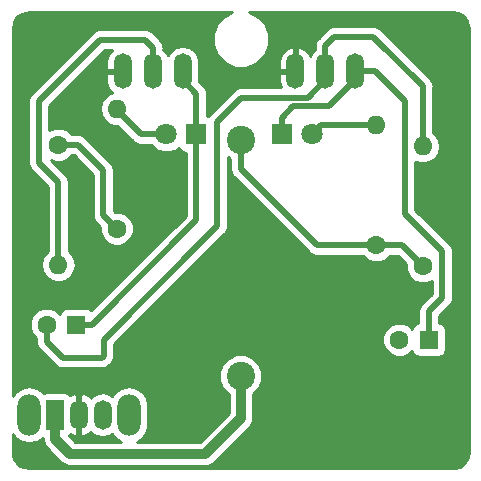
<source format=gbl>
G04 #@! TF.GenerationSoftware,KiCad,Pcbnew,(5.0.0)*
G04 #@! TF.CreationDate,2018-09-21T20:05:04-03:00*
G04 #@! TF.ProjectId,badge00,626164676530302E6B696361645F7063,rev?*
G04 #@! TF.SameCoordinates,Original*
G04 #@! TF.FileFunction,Copper,L2,Bot,Signal*
G04 #@! TF.FilePolarity,Positive*
%FSLAX46Y46*%
G04 Gerber Fmt 4.6, Leading zero omitted, Abs format (unit mm)*
G04 Created by KiCad (PCBNEW (5.0.0)) date 09/21/18 20:05:04*
%MOMM*%
%LPD*%
G01*
G04 APERTURE LIST*
G04 #@! TA.AperFunction,ComponentPad*
%ADD10C,2.400000*%
G04 #@! TD*
G04 #@! TA.AperFunction,ComponentPad*
%ADD11C,1.600000*%
G04 #@! TD*
G04 #@! TA.AperFunction,ComponentPad*
%ADD12O,1.600000X1.600000*%
G04 #@! TD*
G04 #@! TA.AperFunction,ComponentPad*
%ADD13R,1.600000X1.600000*%
G04 #@! TD*
G04 #@! TA.AperFunction,ComponentPad*
%ADD14R,1.800000X1.800000*%
G04 #@! TD*
G04 #@! TA.AperFunction,ComponentPad*
%ADD15C,1.800000*%
G04 #@! TD*
G04 #@! TA.AperFunction,ComponentPad*
%ADD16O,1.520000X3.000000*%
G04 #@! TD*
G04 #@! TA.AperFunction,ComponentPad*
%ADD17R,1.500000X2.500000*%
G04 #@! TD*
G04 #@! TA.AperFunction,ComponentPad*
%ADD18O,1.500000X2.500000*%
G04 #@! TD*
G04 #@! TA.AperFunction,ComponentPad*
%ADD19O,2.000000X3.500000*%
G04 #@! TD*
G04 #@! TA.AperFunction,Conductor*
%ADD20C,0.812800*%
G04 #@! TD*
G04 #@! TA.AperFunction,Conductor*
%ADD21C,0.508000*%
G04 #@! TD*
G04 #@! TA.AperFunction,Conductor*
%ADD22C,0.254000*%
G04 #@! TD*
G04 APERTURE END LIST*
D10*
G04 #@! TO.P,BT1,2*
G04 #@! TO.N,Net-(BT1-Pad2)*
X130000000Y-78500000D03*
G04 #@! TO.P,BT1,1*
G04 #@! TO.N,Net-(BT1-Pad1)*
X130000000Y-58500000D03*
G04 #@! TD*
D11*
G04 #@! TO.P,R1,1*
G04 #@! TO.N,Net-(BT1-Pad1)*
X119507000Y-66040000D03*
D12*
G04 #@! TO.P,R1,2*
G04 #@! TO.N,Net-(D1-Pad2)*
X119507000Y-55880000D03*
G04 #@! TD*
D13*
G04 #@! TO.P,C1,1*
G04 #@! TO.N,Net-(C1-Pad1)*
X116078000Y-74168000D03*
D11*
G04 #@! TO.P,C1,2*
G04 #@! TO.N,Net-(C1-Pad2)*
X113578000Y-74168000D03*
G04 #@! TD*
D13*
G04 #@! TO.P,C2,1*
G04 #@! TO.N,Net-(C2-Pad1)*
X145923000Y-75438000D03*
D11*
G04 #@! TO.P,C2,2*
G04 #@! TO.N,Net-(C2-Pad2)*
X143423000Y-75438000D03*
G04 #@! TD*
D14*
G04 #@! TO.P,D1,1*
G04 #@! TO.N,Net-(C1-Pad1)*
X126238000Y-58039000D03*
D15*
G04 #@! TO.P,D1,2*
G04 #@! TO.N,Net-(D1-Pad2)*
X123698000Y-58039000D03*
G04 #@! TD*
D14*
G04 #@! TO.P,D2,1*
G04 #@! TO.N,Net-(C2-Pad1)*
X133477000Y-58039000D03*
D15*
G04 #@! TO.P,D2,2*
G04 #@! TO.N,Net-(D2-Pad2)*
X136017000Y-58039000D03*
G04 #@! TD*
D11*
G04 #@! TO.P,R2,1*
G04 #@! TO.N,Net-(BT1-Pad1)*
X145415000Y-69215000D03*
D12*
G04 #@! TO.P,R2,2*
G04 #@! TO.N,Net-(C1-Pad2)*
X145415000Y-59055000D03*
G04 #@! TD*
D11*
G04 #@! TO.P,R3,1*
G04 #@! TO.N,Net-(BT1-Pad1)*
X114554000Y-58928000D03*
D12*
G04 #@! TO.P,R3,2*
G04 #@! TO.N,Net-(C2-Pad2)*
X114554000Y-69088000D03*
G04 #@! TD*
D11*
G04 #@! TO.P,R4,1*
G04 #@! TO.N,Net-(BT1-Pad1)*
X141478000Y-67437000D03*
D12*
G04 #@! TO.P,R4,2*
G04 #@! TO.N,Net-(D2-Pad2)*
X141478000Y-57277000D03*
G04 #@! TD*
D16*
G04 #@! TO.P,Q1,1*
G04 #@! TO.N,Net-(C1-Pad1)*
X125095000Y-52705000D03*
G04 #@! TO.P,Q1,3*
G04 #@! TO.N,Net-(Q1-Pad3)*
X120015000Y-52705000D03*
G04 #@! TO.P,Q1,2*
G04 #@! TO.N,Net-(C2-Pad2)*
X122555000Y-52705000D03*
G04 #@! TD*
G04 #@! TO.P,Q2,2*
G04 #@! TO.N,Net-(C1-Pad2)*
X137160000Y-52705000D03*
G04 #@! TO.P,Q2,3*
G04 #@! TO.N,Net-(Q1-Pad3)*
X134620000Y-52705000D03*
G04 #@! TO.P,Q2,1*
G04 #@! TO.N,Net-(C2-Pad1)*
X139700000Y-52705000D03*
G04 #@! TD*
D17*
G04 #@! TO.P,SW1,1*
G04 #@! TO.N,Net-(BT1-Pad2)*
X114300000Y-81788000D03*
D18*
G04 #@! TO.P,SW1,2*
G04 #@! TO.N,Net-(Q1-Pad3)*
X116300000Y-81788000D03*
G04 #@! TO.P,SW1,3*
G04 #@! TO.N,Net-(SW1-Pad3)*
X118300000Y-81788000D03*
D19*
G04 #@! TO.P,SW1,*
G04 #@! TO.N,*
X112100000Y-81788000D03*
X120500000Y-81788000D03*
G04 #@! TD*
D20*
G04 #@! TO.N,Net-(BT1-Pad2)*
X114300000Y-83850800D02*
X114300000Y-81788000D01*
X115539200Y-85090000D02*
X114300000Y-83850800D01*
X127000000Y-85090000D02*
X115539200Y-85090000D01*
X130000000Y-82090000D02*
X127000000Y-85090000D01*
X130000000Y-78500000D02*
X130000000Y-82090000D01*
D21*
G04 #@! TO.N,Net-(BT1-Pad1)*
X130000000Y-58500000D02*
X130000000Y-61000000D01*
X136437000Y-67437000D02*
X141478000Y-67437000D01*
X130000000Y-61000000D02*
X136437000Y-67437000D01*
X141478000Y-67437000D02*
X143637000Y-67437000D01*
X143637000Y-67437000D02*
X145415000Y-69215000D01*
X118364000Y-61087000D02*
X118364000Y-64897000D01*
X118364000Y-64897000D02*
X119507000Y-66040000D01*
X116205000Y-58928000D02*
X118364000Y-61087000D01*
X114554000Y-58928000D02*
X116205000Y-58928000D01*
G04 #@! TO.N,Net-(C1-Pad1)*
X117386000Y-74168000D02*
X116078000Y-74168000D01*
X126238000Y-65316000D02*
X117386000Y-74168000D01*
X126238000Y-58039000D02*
X126238000Y-65316000D01*
X125095000Y-53445000D02*
X126238000Y-54588000D01*
X125095000Y-52705000D02*
X125095000Y-53445000D01*
X126238000Y-54588000D02*
X126238000Y-58039000D01*
G04 #@! TO.N,Net-(C1-Pad2)*
X127592001Y-66209999D02*
X127302000Y-66500000D01*
X127302000Y-66500000D02*
X118379999Y-75422001D01*
X128000000Y-57000000D02*
X128000000Y-65802000D01*
X128000000Y-65802000D02*
X127302000Y-66500000D01*
X114935000Y-76962000D02*
X113578000Y-75605000D01*
X113578000Y-75605000D02*
X113578000Y-74168000D01*
X118237000Y-76962000D02*
X114935000Y-76962000D01*
X118379999Y-76819001D02*
X118237000Y-76962000D01*
X118379999Y-75422001D02*
X118379999Y-76819001D01*
X135653000Y-54952000D02*
X130048000Y-54952000D01*
X137160000Y-52705000D02*
X137160000Y-53445000D01*
X130048000Y-54952000D02*
X128000000Y-57000000D01*
X137160000Y-53445000D02*
X135653000Y-54952000D01*
X137160000Y-50546000D02*
X137160000Y-52705000D01*
X137922000Y-49784000D02*
X137160000Y-50546000D01*
X141224000Y-49784000D02*
X137922000Y-49784000D01*
X145415000Y-59055000D02*
X145415000Y-53975000D01*
X145415000Y-53975000D02*
X141224000Y-49784000D01*
G04 #@! TO.N,Net-(C2-Pad1)*
X134447989Y-55660011D02*
X133477000Y-56631000D01*
X133477000Y-56631000D02*
X133477000Y-58039000D01*
X137484989Y-55660011D02*
X134447989Y-55660011D01*
X139700000Y-53445000D02*
X137484989Y-55660011D01*
X139700000Y-52705000D02*
X139700000Y-53445000D01*
X141351000Y-52705000D02*
X139700000Y-52705000D01*
X145923000Y-73025000D02*
X147066000Y-71882000D01*
X145923000Y-75438000D02*
X145923000Y-73025000D01*
X147066000Y-71882000D02*
X147066000Y-67945000D01*
X147066000Y-67945000D02*
X143891000Y-64770000D01*
X143891000Y-64770000D02*
X143891000Y-55245000D01*
X143891000Y-55245000D02*
X141351000Y-52705000D01*
G04 #@! TO.N,Net-(C2-Pad2)*
X112903000Y-58039000D02*
X112903000Y-60452000D01*
X112903000Y-60452000D02*
X114554000Y-62103000D01*
X114554000Y-62103000D02*
X114554000Y-69088000D01*
X112903000Y-55245000D02*
X112903000Y-58039000D01*
X118110000Y-50038000D02*
X112903000Y-55245000D01*
X121896000Y-50038000D02*
X118110000Y-50038000D01*
X122555000Y-52705000D02*
X122555000Y-50697000D01*
X122555000Y-50697000D02*
X121896000Y-50038000D01*
G04 #@! TO.N,Net-(D1-Pad2)*
X119507000Y-55880000D02*
X119507000Y-56007000D01*
X119507000Y-56007000D02*
X121539000Y-58039000D01*
X121539000Y-58039000D02*
X123698000Y-58039000D01*
G04 #@! TO.N,Net-(D2-Pad2)*
X141478000Y-57277000D02*
X136779000Y-57277000D01*
X136779000Y-57277000D02*
X136017000Y-58039000D01*
G04 #@! TD*
D22*
G04 #@! TO.N,Net-(Q1-Pad3)*
G36*
X128649006Y-47978095D02*
X127978095Y-48649006D01*
X127615000Y-49525594D01*
X127615000Y-50474406D01*
X127978095Y-51350994D01*
X128649006Y-52021905D01*
X129525594Y-52385000D01*
X130474406Y-52385000D01*
X131350994Y-52021905D01*
X131534899Y-51838000D01*
X133225000Y-51838000D01*
X133225000Y-52578000D01*
X134493000Y-52578000D01*
X134493000Y-50735291D01*
X134277244Y-50612764D01*
X134203489Y-50627588D01*
X133723389Y-50888784D01*
X133379789Y-51313824D01*
X133225000Y-51838000D01*
X131534899Y-51838000D01*
X132021905Y-51350994D01*
X132385000Y-50474406D01*
X132385000Y-49525594D01*
X132021905Y-48649006D01*
X131350994Y-47978095D01*
X130703756Y-47710000D01*
X147949420Y-47710000D01*
X148360027Y-47768803D01*
X148691110Y-47919338D01*
X148966639Y-48156749D01*
X149164456Y-48461944D01*
X149275700Y-48833917D01*
X149290001Y-49026362D01*
X149290000Y-84949420D01*
X149231197Y-85360027D01*
X149080661Y-85691112D01*
X148843251Y-85966639D01*
X148538056Y-86164456D01*
X148166083Y-86275700D01*
X147973652Y-86290000D01*
X112050580Y-86290000D01*
X111639973Y-86231197D01*
X111308888Y-86080661D01*
X111033361Y-85843251D01*
X110835544Y-85538056D01*
X110724300Y-85166083D01*
X110710000Y-84973652D01*
X110710000Y-83400638D01*
X110921232Y-83716769D01*
X111462056Y-84078136D01*
X112100000Y-84205031D01*
X112737945Y-84078136D01*
X113258600Y-83730245D01*
X113258600Y-83748236D01*
X113238199Y-83850800D01*
X113258600Y-83953364D01*
X113258600Y-83953367D01*
X113319023Y-84257133D01*
X113549193Y-84601607D01*
X113636146Y-84659708D01*
X114730294Y-85753856D01*
X114788393Y-85840807D01*
X114875344Y-85898906D01*
X114875345Y-85898907D01*
X115011638Y-85989975D01*
X115132866Y-86070977D01*
X115436632Y-86131400D01*
X115436636Y-86131400D01*
X115539199Y-86151801D01*
X115641762Y-86131400D01*
X126897436Y-86131400D01*
X127000000Y-86151801D01*
X127102564Y-86131400D01*
X127102568Y-86131400D01*
X127406334Y-86070977D01*
X127750807Y-85840807D01*
X127808908Y-85753853D01*
X130663856Y-82898906D01*
X130750807Y-82840807D01*
X130980977Y-82496334D01*
X131041400Y-82192568D01*
X131041400Y-82192564D01*
X131061801Y-82090000D01*
X131041400Y-81987436D01*
X131041400Y-80053682D01*
X131555638Y-79539444D01*
X131835000Y-78865004D01*
X131835000Y-78134996D01*
X131555638Y-77460556D01*
X131039444Y-76944362D01*
X130365004Y-76665000D01*
X129634996Y-76665000D01*
X128960556Y-76944362D01*
X128444362Y-77460556D01*
X128165000Y-78134996D01*
X128165000Y-78865004D01*
X128444362Y-79539444D01*
X128958600Y-80053682D01*
X128958601Y-81658637D01*
X126568639Y-84048600D01*
X121182149Y-84048600D01*
X121678769Y-83716769D01*
X122040136Y-83175945D01*
X122135000Y-82699031D01*
X122135000Y-80876969D01*
X122040136Y-80400055D01*
X121678769Y-79859231D01*
X121137944Y-79497864D01*
X120500000Y-79370969D01*
X119862055Y-79497864D01*
X119321231Y-79859231D01*
X119115479Y-80167161D01*
X118840399Y-79983359D01*
X118300000Y-79875867D01*
X117759600Y-79983359D01*
X117301471Y-80289472D01*
X117276705Y-80326537D01*
X117189540Y-80218855D01*
X116712684Y-79959827D01*
X116641185Y-79945682D01*
X116427000Y-80068344D01*
X116427000Y-81661000D01*
X116447000Y-81661000D01*
X116447000Y-81915000D01*
X116427000Y-81915000D01*
X116427000Y-83507656D01*
X116641185Y-83630318D01*
X116712684Y-83616173D01*
X117189540Y-83357145D01*
X117276705Y-83249463D01*
X117301472Y-83286529D01*
X117759601Y-83592641D01*
X118300000Y-83700133D01*
X118840400Y-83592641D01*
X119115480Y-83408839D01*
X119321232Y-83716769D01*
X119817852Y-84048600D01*
X115970562Y-84048600D01*
X115453835Y-83531874D01*
X115507809Y-83495809D01*
X115549864Y-83432869D01*
X115887316Y-83616173D01*
X115958815Y-83630318D01*
X116173000Y-83507656D01*
X116173000Y-81915000D01*
X116153000Y-81915000D01*
X116153000Y-81661000D01*
X116173000Y-81661000D01*
X116173000Y-80068344D01*
X115958815Y-79945682D01*
X115887316Y-79959827D01*
X115549864Y-80143131D01*
X115507809Y-80080191D01*
X115297765Y-79939843D01*
X115050000Y-79890560D01*
X113550000Y-79890560D01*
X113329066Y-79934506D01*
X113278769Y-79859231D01*
X112737944Y-79497864D01*
X112100000Y-79370969D01*
X111462055Y-79497864D01*
X110921231Y-79859231D01*
X110710000Y-80175361D01*
X110710000Y-55245000D01*
X111996584Y-55245000D01*
X112014000Y-55332555D01*
X112014001Y-57951440D01*
X112014000Y-57951445D01*
X112014001Y-60364441D01*
X111996584Y-60452000D01*
X112065582Y-60798870D01*
X112199602Y-60999445D01*
X112262068Y-61092933D01*
X112336294Y-61142529D01*
X113665000Y-62471236D01*
X113665001Y-67956151D01*
X113519423Y-68053423D01*
X113202260Y-68528091D01*
X113090887Y-69088000D01*
X113202260Y-69647909D01*
X113519423Y-70122577D01*
X113994091Y-70439740D01*
X114412667Y-70523000D01*
X114695333Y-70523000D01*
X115113909Y-70439740D01*
X115588577Y-70122577D01*
X115905740Y-69647909D01*
X116017113Y-69088000D01*
X115905740Y-68528091D01*
X115588577Y-68053423D01*
X115443000Y-67956152D01*
X115443000Y-62190556D01*
X115460416Y-62103000D01*
X115391419Y-61756129D01*
X115244529Y-61536293D01*
X115194933Y-61462067D01*
X115120707Y-61412471D01*
X113931705Y-60223469D01*
X114268561Y-60363000D01*
X114839439Y-60363000D01*
X115366862Y-60144534D01*
X115694396Y-59817000D01*
X115836765Y-59817000D01*
X117475000Y-61455236D01*
X117475001Y-64809441D01*
X117457584Y-64897000D01*
X117526582Y-65243870D01*
X117638210Y-65410933D01*
X117723068Y-65537933D01*
X117797294Y-65587529D01*
X118072000Y-65862235D01*
X118072000Y-66325439D01*
X118290466Y-66852862D01*
X118694138Y-67256534D01*
X119221561Y-67475000D01*
X119792439Y-67475000D01*
X120319862Y-67256534D01*
X120723534Y-66852862D01*
X120942000Y-66325439D01*
X120942000Y-65754561D01*
X120723534Y-65227138D01*
X120319862Y-64823466D01*
X119792439Y-64605000D01*
X119329235Y-64605000D01*
X119253000Y-64528765D01*
X119253000Y-61174554D01*
X119270416Y-61086999D01*
X119213103Y-60798870D01*
X119201419Y-60740130D01*
X119004933Y-60446067D01*
X118930707Y-60396471D01*
X116895531Y-58361296D01*
X116845933Y-58287067D01*
X116551870Y-58090581D01*
X116292556Y-58039000D01*
X116292555Y-58039000D01*
X116205000Y-58021584D01*
X116117445Y-58039000D01*
X115694396Y-58039000D01*
X115366862Y-57711466D01*
X114839439Y-57493000D01*
X114268561Y-57493000D01*
X113792000Y-57690398D01*
X113792000Y-55613235D01*
X118478236Y-50927000D01*
X119087495Y-50927000D01*
X118774789Y-51313824D01*
X118620000Y-51838000D01*
X118620000Y-52578000D01*
X119888000Y-52578000D01*
X119888000Y-52558000D01*
X120142000Y-52558000D01*
X120142000Y-52578000D01*
X120162000Y-52578000D01*
X120162000Y-52832000D01*
X120142000Y-52832000D01*
X120142000Y-52852000D01*
X119888000Y-52852000D01*
X119888000Y-52832000D01*
X118620000Y-52832000D01*
X118620000Y-53572000D01*
X118774789Y-54096176D01*
X119099565Y-54497931D01*
X118947091Y-54528260D01*
X118472423Y-54845423D01*
X118155260Y-55320091D01*
X118043887Y-55880000D01*
X118155260Y-56439909D01*
X118472423Y-56914577D01*
X118947091Y-57231740D01*
X119365667Y-57315000D01*
X119557765Y-57315000D01*
X120848471Y-58605707D01*
X120898067Y-58679933D01*
X121192130Y-58876419D01*
X121451444Y-58928000D01*
X121451445Y-58928000D01*
X121539000Y-58945416D01*
X121626555Y-58928000D01*
X122416183Y-58928000D01*
X122828493Y-59340310D01*
X123392670Y-59574000D01*
X124003330Y-59574000D01*
X124567507Y-59340310D01*
X124736725Y-59171092D01*
X124739843Y-59186765D01*
X124880191Y-59396809D01*
X125090235Y-59537157D01*
X125338000Y-59586440D01*
X125349000Y-59586440D01*
X125349001Y-64947763D01*
X117356143Y-72940622D01*
X117335809Y-72910191D01*
X117125765Y-72769843D01*
X116878000Y-72720560D01*
X115278000Y-72720560D01*
X115030235Y-72769843D01*
X114820191Y-72910191D01*
X114679843Y-73120235D01*
X114659899Y-73220503D01*
X114390862Y-72951466D01*
X113863439Y-72733000D01*
X113292561Y-72733000D01*
X112765138Y-72951466D01*
X112361466Y-73355138D01*
X112143000Y-73882561D01*
X112143000Y-74453439D01*
X112361466Y-74980862D01*
X112689000Y-75308396D01*
X112689000Y-75517445D01*
X112671584Y-75605000D01*
X112689000Y-75692555D01*
X112740581Y-75951869D01*
X112937067Y-76245933D01*
X113011296Y-76295531D01*
X114244471Y-77528707D01*
X114294067Y-77602933D01*
X114588130Y-77799419D01*
X114847444Y-77851000D01*
X114847445Y-77851000D01*
X114935000Y-77868416D01*
X115022555Y-77851000D01*
X118149445Y-77851000D01*
X118237000Y-77868416D01*
X118324555Y-77851000D01*
X118324556Y-77851000D01*
X118583870Y-77799419D01*
X118877933Y-77602933D01*
X118927531Y-77528704D01*
X118946703Y-77509532D01*
X119020932Y-77459934D01*
X119217418Y-77165871D01*
X119268999Y-76906557D01*
X119268999Y-76906556D01*
X119286415Y-76819002D01*
X119268999Y-76731447D01*
X119268999Y-75790236D01*
X127992529Y-67066707D01*
X127992531Y-67066704D01*
X128566706Y-66492530D01*
X128640933Y-66442933D01*
X128837419Y-66148870D01*
X128889000Y-65889556D01*
X128906416Y-65802001D01*
X128889000Y-65714446D01*
X128889000Y-59984082D01*
X128960556Y-60055638D01*
X129111001Y-60117954D01*
X129111001Y-60912441D01*
X129093584Y-61000000D01*
X129151154Y-61289419D01*
X129162582Y-61346870D01*
X129359068Y-61640933D01*
X129433294Y-61690529D01*
X135746470Y-68003706D01*
X135796067Y-68077933D01*
X136090130Y-68274419D01*
X136349444Y-68326000D01*
X136349445Y-68326000D01*
X136437000Y-68343416D01*
X136524555Y-68326000D01*
X140337604Y-68326000D01*
X140665138Y-68653534D01*
X141192561Y-68872000D01*
X141763439Y-68872000D01*
X142290862Y-68653534D01*
X142618396Y-68326000D01*
X143268765Y-68326000D01*
X143980000Y-69037236D01*
X143980000Y-69500439D01*
X144198466Y-70027862D01*
X144602138Y-70431534D01*
X145129561Y-70650000D01*
X145700439Y-70650000D01*
X146177000Y-70452602D01*
X146177000Y-71513764D01*
X145356294Y-72334471D01*
X145282068Y-72384067D01*
X145232472Y-72458293D01*
X145232471Y-72458294D01*
X145085582Y-72678130D01*
X145016584Y-73025000D01*
X145034001Y-73112559D01*
X145034001Y-74008263D01*
X144875235Y-74039843D01*
X144665191Y-74180191D01*
X144524843Y-74390235D01*
X144504899Y-74490503D01*
X144235862Y-74221466D01*
X143708439Y-74003000D01*
X143137561Y-74003000D01*
X142610138Y-74221466D01*
X142206466Y-74625138D01*
X141988000Y-75152561D01*
X141988000Y-75723439D01*
X142206466Y-76250862D01*
X142610138Y-76654534D01*
X143137561Y-76873000D01*
X143708439Y-76873000D01*
X144235862Y-76654534D01*
X144504899Y-76385497D01*
X144524843Y-76485765D01*
X144665191Y-76695809D01*
X144875235Y-76836157D01*
X145123000Y-76885440D01*
X146723000Y-76885440D01*
X146970765Y-76836157D01*
X147180809Y-76695809D01*
X147321157Y-76485765D01*
X147370440Y-76238000D01*
X147370440Y-74638000D01*
X147321157Y-74390235D01*
X147180809Y-74180191D01*
X146970765Y-74039843D01*
X146812000Y-74008263D01*
X146812000Y-73393235D01*
X147632707Y-72572529D01*
X147706933Y-72522933D01*
X147903419Y-72228870D01*
X147955000Y-71969556D01*
X147955000Y-71969555D01*
X147972416Y-71882001D01*
X147955000Y-71794446D01*
X147955000Y-68032554D01*
X147972416Y-67944999D01*
X147939595Y-67780000D01*
X147903419Y-67598130D01*
X147706933Y-67304067D01*
X147632707Y-67254471D01*
X144780000Y-64401765D01*
X144780000Y-60356566D01*
X144855091Y-60406740D01*
X145273667Y-60490000D01*
X145556333Y-60490000D01*
X145974909Y-60406740D01*
X146449577Y-60089577D01*
X146766740Y-59614909D01*
X146878113Y-59055000D01*
X146766740Y-58495091D01*
X146449577Y-58020423D01*
X146304000Y-57923152D01*
X146304000Y-54062554D01*
X146321416Y-53974999D01*
X146276776Y-53750581D01*
X146252419Y-53628130D01*
X146055933Y-53334067D01*
X145981707Y-53284471D01*
X141914531Y-49217296D01*
X141864933Y-49143067D01*
X141570870Y-48946581D01*
X141311556Y-48895000D01*
X141311555Y-48895000D01*
X141224000Y-48877584D01*
X141136445Y-48895000D01*
X138009555Y-48895000D01*
X137922000Y-48877584D01*
X137834445Y-48895000D01*
X137834444Y-48895000D01*
X137575130Y-48946581D01*
X137281067Y-49143067D01*
X137231471Y-49217294D01*
X136593296Y-49855469D01*
X136519067Y-49905067D01*
X136322581Y-50199131D01*
X136292431Y-50350706D01*
X136253584Y-50546000D01*
X136271000Y-50633555D01*
X136271000Y-50881260D01*
X136154262Y-50959263D01*
X135877724Y-51373130D01*
X135860211Y-51313824D01*
X135516611Y-50888784D01*
X135036511Y-50627588D01*
X134962756Y-50612764D01*
X134747000Y-50735291D01*
X134747000Y-52578000D01*
X134767000Y-52578000D01*
X134767000Y-52832000D01*
X134747000Y-52832000D01*
X134747000Y-52852000D01*
X134493000Y-52852000D01*
X134493000Y-52832000D01*
X133225000Y-52832000D01*
X133225000Y-53572000D01*
X133369992Y-54063000D01*
X130135550Y-54063000D01*
X130047999Y-54045585D01*
X129960448Y-54063000D01*
X129960444Y-54063000D01*
X129701130Y-54114581D01*
X129407067Y-54311067D01*
X129357471Y-54385293D01*
X127433296Y-56309469D01*
X127359067Y-56359067D01*
X127254990Y-56514830D01*
X127138000Y-56491560D01*
X127127000Y-56491560D01*
X127127000Y-54675554D01*
X127144416Y-54587999D01*
X127097356Y-54351416D01*
X127075419Y-54241130D01*
X126878933Y-53947067D01*
X126804707Y-53897471D01*
X126489938Y-53582703D01*
X126490000Y-53582393D01*
X126490000Y-51827607D01*
X126409061Y-51420698D01*
X126100737Y-50959262D01*
X125639301Y-50650939D01*
X125095000Y-50542671D01*
X124550698Y-50650939D01*
X124089262Y-50959263D01*
X123825000Y-51354757D01*
X123560737Y-50959262D01*
X123444000Y-50881260D01*
X123444000Y-50784555D01*
X123461416Y-50697000D01*
X123444000Y-50609444D01*
X123392419Y-50350130D01*
X123195933Y-50056067D01*
X123121706Y-50006470D01*
X122586531Y-49471296D01*
X122536933Y-49397067D01*
X122242870Y-49200581D01*
X121983556Y-49149000D01*
X121983555Y-49149000D01*
X121896000Y-49131584D01*
X121808445Y-49149000D01*
X118197554Y-49149000D01*
X118109999Y-49131584D01*
X118022444Y-49149000D01*
X117763130Y-49200581D01*
X117469067Y-49397067D01*
X117419471Y-49471293D01*
X112336296Y-54554469D01*
X112262067Y-54604067D01*
X112065581Y-54898131D01*
X112014000Y-55157444D01*
X111996584Y-55245000D01*
X110710000Y-55245000D01*
X110710000Y-49050580D01*
X110768803Y-48639973D01*
X110919338Y-48308890D01*
X111156749Y-48033361D01*
X111461944Y-47835544D01*
X111833917Y-47724300D01*
X112026348Y-47710000D01*
X129296244Y-47710000D01*
X128649006Y-47978095D01*
X128649006Y-47978095D01*
G37*
X128649006Y-47978095D02*
X127978095Y-48649006D01*
X127615000Y-49525594D01*
X127615000Y-50474406D01*
X127978095Y-51350994D01*
X128649006Y-52021905D01*
X129525594Y-52385000D01*
X130474406Y-52385000D01*
X131350994Y-52021905D01*
X131534899Y-51838000D01*
X133225000Y-51838000D01*
X133225000Y-52578000D01*
X134493000Y-52578000D01*
X134493000Y-50735291D01*
X134277244Y-50612764D01*
X134203489Y-50627588D01*
X133723389Y-50888784D01*
X133379789Y-51313824D01*
X133225000Y-51838000D01*
X131534899Y-51838000D01*
X132021905Y-51350994D01*
X132385000Y-50474406D01*
X132385000Y-49525594D01*
X132021905Y-48649006D01*
X131350994Y-47978095D01*
X130703756Y-47710000D01*
X147949420Y-47710000D01*
X148360027Y-47768803D01*
X148691110Y-47919338D01*
X148966639Y-48156749D01*
X149164456Y-48461944D01*
X149275700Y-48833917D01*
X149290001Y-49026362D01*
X149290000Y-84949420D01*
X149231197Y-85360027D01*
X149080661Y-85691112D01*
X148843251Y-85966639D01*
X148538056Y-86164456D01*
X148166083Y-86275700D01*
X147973652Y-86290000D01*
X112050580Y-86290000D01*
X111639973Y-86231197D01*
X111308888Y-86080661D01*
X111033361Y-85843251D01*
X110835544Y-85538056D01*
X110724300Y-85166083D01*
X110710000Y-84973652D01*
X110710000Y-83400638D01*
X110921232Y-83716769D01*
X111462056Y-84078136D01*
X112100000Y-84205031D01*
X112737945Y-84078136D01*
X113258600Y-83730245D01*
X113258600Y-83748236D01*
X113238199Y-83850800D01*
X113258600Y-83953364D01*
X113258600Y-83953367D01*
X113319023Y-84257133D01*
X113549193Y-84601607D01*
X113636146Y-84659708D01*
X114730294Y-85753856D01*
X114788393Y-85840807D01*
X114875344Y-85898906D01*
X114875345Y-85898907D01*
X115011638Y-85989975D01*
X115132866Y-86070977D01*
X115436632Y-86131400D01*
X115436636Y-86131400D01*
X115539199Y-86151801D01*
X115641762Y-86131400D01*
X126897436Y-86131400D01*
X127000000Y-86151801D01*
X127102564Y-86131400D01*
X127102568Y-86131400D01*
X127406334Y-86070977D01*
X127750807Y-85840807D01*
X127808908Y-85753853D01*
X130663856Y-82898906D01*
X130750807Y-82840807D01*
X130980977Y-82496334D01*
X131041400Y-82192568D01*
X131041400Y-82192564D01*
X131061801Y-82090000D01*
X131041400Y-81987436D01*
X131041400Y-80053682D01*
X131555638Y-79539444D01*
X131835000Y-78865004D01*
X131835000Y-78134996D01*
X131555638Y-77460556D01*
X131039444Y-76944362D01*
X130365004Y-76665000D01*
X129634996Y-76665000D01*
X128960556Y-76944362D01*
X128444362Y-77460556D01*
X128165000Y-78134996D01*
X128165000Y-78865004D01*
X128444362Y-79539444D01*
X128958600Y-80053682D01*
X128958601Y-81658637D01*
X126568639Y-84048600D01*
X121182149Y-84048600D01*
X121678769Y-83716769D01*
X122040136Y-83175945D01*
X122135000Y-82699031D01*
X122135000Y-80876969D01*
X122040136Y-80400055D01*
X121678769Y-79859231D01*
X121137944Y-79497864D01*
X120500000Y-79370969D01*
X119862055Y-79497864D01*
X119321231Y-79859231D01*
X119115479Y-80167161D01*
X118840399Y-79983359D01*
X118300000Y-79875867D01*
X117759600Y-79983359D01*
X117301471Y-80289472D01*
X117276705Y-80326537D01*
X117189540Y-80218855D01*
X116712684Y-79959827D01*
X116641185Y-79945682D01*
X116427000Y-80068344D01*
X116427000Y-81661000D01*
X116447000Y-81661000D01*
X116447000Y-81915000D01*
X116427000Y-81915000D01*
X116427000Y-83507656D01*
X116641185Y-83630318D01*
X116712684Y-83616173D01*
X117189540Y-83357145D01*
X117276705Y-83249463D01*
X117301472Y-83286529D01*
X117759601Y-83592641D01*
X118300000Y-83700133D01*
X118840400Y-83592641D01*
X119115480Y-83408839D01*
X119321232Y-83716769D01*
X119817852Y-84048600D01*
X115970562Y-84048600D01*
X115453835Y-83531874D01*
X115507809Y-83495809D01*
X115549864Y-83432869D01*
X115887316Y-83616173D01*
X115958815Y-83630318D01*
X116173000Y-83507656D01*
X116173000Y-81915000D01*
X116153000Y-81915000D01*
X116153000Y-81661000D01*
X116173000Y-81661000D01*
X116173000Y-80068344D01*
X115958815Y-79945682D01*
X115887316Y-79959827D01*
X115549864Y-80143131D01*
X115507809Y-80080191D01*
X115297765Y-79939843D01*
X115050000Y-79890560D01*
X113550000Y-79890560D01*
X113329066Y-79934506D01*
X113278769Y-79859231D01*
X112737944Y-79497864D01*
X112100000Y-79370969D01*
X111462055Y-79497864D01*
X110921231Y-79859231D01*
X110710000Y-80175361D01*
X110710000Y-55245000D01*
X111996584Y-55245000D01*
X112014000Y-55332555D01*
X112014001Y-57951440D01*
X112014000Y-57951445D01*
X112014001Y-60364441D01*
X111996584Y-60452000D01*
X112065582Y-60798870D01*
X112199602Y-60999445D01*
X112262068Y-61092933D01*
X112336294Y-61142529D01*
X113665000Y-62471236D01*
X113665001Y-67956151D01*
X113519423Y-68053423D01*
X113202260Y-68528091D01*
X113090887Y-69088000D01*
X113202260Y-69647909D01*
X113519423Y-70122577D01*
X113994091Y-70439740D01*
X114412667Y-70523000D01*
X114695333Y-70523000D01*
X115113909Y-70439740D01*
X115588577Y-70122577D01*
X115905740Y-69647909D01*
X116017113Y-69088000D01*
X115905740Y-68528091D01*
X115588577Y-68053423D01*
X115443000Y-67956152D01*
X115443000Y-62190556D01*
X115460416Y-62103000D01*
X115391419Y-61756129D01*
X115244529Y-61536293D01*
X115194933Y-61462067D01*
X115120707Y-61412471D01*
X113931705Y-60223469D01*
X114268561Y-60363000D01*
X114839439Y-60363000D01*
X115366862Y-60144534D01*
X115694396Y-59817000D01*
X115836765Y-59817000D01*
X117475000Y-61455236D01*
X117475001Y-64809441D01*
X117457584Y-64897000D01*
X117526582Y-65243870D01*
X117638210Y-65410933D01*
X117723068Y-65537933D01*
X117797294Y-65587529D01*
X118072000Y-65862235D01*
X118072000Y-66325439D01*
X118290466Y-66852862D01*
X118694138Y-67256534D01*
X119221561Y-67475000D01*
X119792439Y-67475000D01*
X120319862Y-67256534D01*
X120723534Y-66852862D01*
X120942000Y-66325439D01*
X120942000Y-65754561D01*
X120723534Y-65227138D01*
X120319862Y-64823466D01*
X119792439Y-64605000D01*
X119329235Y-64605000D01*
X119253000Y-64528765D01*
X119253000Y-61174554D01*
X119270416Y-61086999D01*
X119213103Y-60798870D01*
X119201419Y-60740130D01*
X119004933Y-60446067D01*
X118930707Y-60396471D01*
X116895531Y-58361296D01*
X116845933Y-58287067D01*
X116551870Y-58090581D01*
X116292556Y-58039000D01*
X116292555Y-58039000D01*
X116205000Y-58021584D01*
X116117445Y-58039000D01*
X115694396Y-58039000D01*
X115366862Y-57711466D01*
X114839439Y-57493000D01*
X114268561Y-57493000D01*
X113792000Y-57690398D01*
X113792000Y-55613235D01*
X118478236Y-50927000D01*
X119087495Y-50927000D01*
X118774789Y-51313824D01*
X118620000Y-51838000D01*
X118620000Y-52578000D01*
X119888000Y-52578000D01*
X119888000Y-52558000D01*
X120142000Y-52558000D01*
X120142000Y-52578000D01*
X120162000Y-52578000D01*
X120162000Y-52832000D01*
X120142000Y-52832000D01*
X120142000Y-52852000D01*
X119888000Y-52852000D01*
X119888000Y-52832000D01*
X118620000Y-52832000D01*
X118620000Y-53572000D01*
X118774789Y-54096176D01*
X119099565Y-54497931D01*
X118947091Y-54528260D01*
X118472423Y-54845423D01*
X118155260Y-55320091D01*
X118043887Y-55880000D01*
X118155260Y-56439909D01*
X118472423Y-56914577D01*
X118947091Y-57231740D01*
X119365667Y-57315000D01*
X119557765Y-57315000D01*
X120848471Y-58605707D01*
X120898067Y-58679933D01*
X121192130Y-58876419D01*
X121451444Y-58928000D01*
X121451445Y-58928000D01*
X121539000Y-58945416D01*
X121626555Y-58928000D01*
X122416183Y-58928000D01*
X122828493Y-59340310D01*
X123392670Y-59574000D01*
X124003330Y-59574000D01*
X124567507Y-59340310D01*
X124736725Y-59171092D01*
X124739843Y-59186765D01*
X124880191Y-59396809D01*
X125090235Y-59537157D01*
X125338000Y-59586440D01*
X125349000Y-59586440D01*
X125349001Y-64947763D01*
X117356143Y-72940622D01*
X117335809Y-72910191D01*
X117125765Y-72769843D01*
X116878000Y-72720560D01*
X115278000Y-72720560D01*
X115030235Y-72769843D01*
X114820191Y-72910191D01*
X114679843Y-73120235D01*
X114659899Y-73220503D01*
X114390862Y-72951466D01*
X113863439Y-72733000D01*
X113292561Y-72733000D01*
X112765138Y-72951466D01*
X112361466Y-73355138D01*
X112143000Y-73882561D01*
X112143000Y-74453439D01*
X112361466Y-74980862D01*
X112689000Y-75308396D01*
X112689000Y-75517445D01*
X112671584Y-75605000D01*
X112689000Y-75692555D01*
X112740581Y-75951869D01*
X112937067Y-76245933D01*
X113011296Y-76295531D01*
X114244471Y-77528707D01*
X114294067Y-77602933D01*
X114588130Y-77799419D01*
X114847444Y-77851000D01*
X114847445Y-77851000D01*
X114935000Y-77868416D01*
X115022555Y-77851000D01*
X118149445Y-77851000D01*
X118237000Y-77868416D01*
X118324555Y-77851000D01*
X118324556Y-77851000D01*
X118583870Y-77799419D01*
X118877933Y-77602933D01*
X118927531Y-77528704D01*
X118946703Y-77509532D01*
X119020932Y-77459934D01*
X119217418Y-77165871D01*
X119268999Y-76906557D01*
X119268999Y-76906556D01*
X119286415Y-76819002D01*
X119268999Y-76731447D01*
X119268999Y-75790236D01*
X127992529Y-67066707D01*
X127992531Y-67066704D01*
X128566706Y-66492530D01*
X128640933Y-66442933D01*
X128837419Y-66148870D01*
X128889000Y-65889556D01*
X128906416Y-65802001D01*
X128889000Y-65714446D01*
X128889000Y-59984082D01*
X128960556Y-60055638D01*
X129111001Y-60117954D01*
X129111001Y-60912441D01*
X129093584Y-61000000D01*
X129151154Y-61289419D01*
X129162582Y-61346870D01*
X129359068Y-61640933D01*
X129433294Y-61690529D01*
X135746470Y-68003706D01*
X135796067Y-68077933D01*
X136090130Y-68274419D01*
X136349444Y-68326000D01*
X136349445Y-68326000D01*
X136437000Y-68343416D01*
X136524555Y-68326000D01*
X140337604Y-68326000D01*
X140665138Y-68653534D01*
X141192561Y-68872000D01*
X141763439Y-68872000D01*
X142290862Y-68653534D01*
X142618396Y-68326000D01*
X143268765Y-68326000D01*
X143980000Y-69037236D01*
X143980000Y-69500439D01*
X144198466Y-70027862D01*
X144602138Y-70431534D01*
X145129561Y-70650000D01*
X145700439Y-70650000D01*
X146177000Y-70452602D01*
X146177000Y-71513764D01*
X145356294Y-72334471D01*
X145282068Y-72384067D01*
X145232472Y-72458293D01*
X145232471Y-72458294D01*
X145085582Y-72678130D01*
X145016584Y-73025000D01*
X145034001Y-73112559D01*
X145034001Y-74008263D01*
X144875235Y-74039843D01*
X144665191Y-74180191D01*
X144524843Y-74390235D01*
X144504899Y-74490503D01*
X144235862Y-74221466D01*
X143708439Y-74003000D01*
X143137561Y-74003000D01*
X142610138Y-74221466D01*
X142206466Y-74625138D01*
X141988000Y-75152561D01*
X141988000Y-75723439D01*
X142206466Y-76250862D01*
X142610138Y-76654534D01*
X143137561Y-76873000D01*
X143708439Y-76873000D01*
X144235862Y-76654534D01*
X144504899Y-76385497D01*
X144524843Y-76485765D01*
X144665191Y-76695809D01*
X144875235Y-76836157D01*
X145123000Y-76885440D01*
X146723000Y-76885440D01*
X146970765Y-76836157D01*
X147180809Y-76695809D01*
X147321157Y-76485765D01*
X147370440Y-76238000D01*
X147370440Y-74638000D01*
X147321157Y-74390235D01*
X147180809Y-74180191D01*
X146970765Y-74039843D01*
X146812000Y-74008263D01*
X146812000Y-73393235D01*
X147632707Y-72572529D01*
X147706933Y-72522933D01*
X147903419Y-72228870D01*
X147955000Y-71969556D01*
X147955000Y-71969555D01*
X147972416Y-71882001D01*
X147955000Y-71794446D01*
X147955000Y-68032554D01*
X147972416Y-67944999D01*
X147939595Y-67780000D01*
X147903419Y-67598130D01*
X147706933Y-67304067D01*
X147632707Y-67254471D01*
X144780000Y-64401765D01*
X144780000Y-60356566D01*
X144855091Y-60406740D01*
X145273667Y-60490000D01*
X145556333Y-60490000D01*
X145974909Y-60406740D01*
X146449577Y-60089577D01*
X146766740Y-59614909D01*
X146878113Y-59055000D01*
X146766740Y-58495091D01*
X146449577Y-58020423D01*
X146304000Y-57923152D01*
X146304000Y-54062554D01*
X146321416Y-53974999D01*
X146276776Y-53750581D01*
X146252419Y-53628130D01*
X146055933Y-53334067D01*
X145981707Y-53284471D01*
X141914531Y-49217296D01*
X141864933Y-49143067D01*
X141570870Y-48946581D01*
X141311556Y-48895000D01*
X141311555Y-48895000D01*
X141224000Y-48877584D01*
X141136445Y-48895000D01*
X138009555Y-48895000D01*
X137922000Y-48877584D01*
X137834445Y-48895000D01*
X137834444Y-48895000D01*
X137575130Y-48946581D01*
X137281067Y-49143067D01*
X137231471Y-49217294D01*
X136593296Y-49855469D01*
X136519067Y-49905067D01*
X136322581Y-50199131D01*
X136292431Y-50350706D01*
X136253584Y-50546000D01*
X136271000Y-50633555D01*
X136271000Y-50881260D01*
X136154262Y-50959263D01*
X135877724Y-51373130D01*
X135860211Y-51313824D01*
X135516611Y-50888784D01*
X135036511Y-50627588D01*
X134962756Y-50612764D01*
X134747000Y-50735291D01*
X134747000Y-52578000D01*
X134767000Y-52578000D01*
X134767000Y-52832000D01*
X134747000Y-52832000D01*
X134747000Y-52852000D01*
X134493000Y-52852000D01*
X134493000Y-52832000D01*
X133225000Y-52832000D01*
X133225000Y-53572000D01*
X133369992Y-54063000D01*
X130135550Y-54063000D01*
X130047999Y-54045585D01*
X129960448Y-54063000D01*
X129960444Y-54063000D01*
X129701130Y-54114581D01*
X129407067Y-54311067D01*
X129357471Y-54385293D01*
X127433296Y-56309469D01*
X127359067Y-56359067D01*
X127254990Y-56514830D01*
X127138000Y-56491560D01*
X127127000Y-56491560D01*
X127127000Y-54675554D01*
X127144416Y-54587999D01*
X127097356Y-54351416D01*
X127075419Y-54241130D01*
X126878933Y-53947067D01*
X126804707Y-53897471D01*
X126489938Y-53582703D01*
X126490000Y-53582393D01*
X126490000Y-51827607D01*
X126409061Y-51420698D01*
X126100737Y-50959262D01*
X125639301Y-50650939D01*
X125095000Y-50542671D01*
X124550698Y-50650939D01*
X124089262Y-50959263D01*
X123825000Y-51354757D01*
X123560737Y-50959262D01*
X123444000Y-50881260D01*
X123444000Y-50784555D01*
X123461416Y-50697000D01*
X123444000Y-50609444D01*
X123392419Y-50350130D01*
X123195933Y-50056067D01*
X123121706Y-50006470D01*
X122586531Y-49471296D01*
X122536933Y-49397067D01*
X122242870Y-49200581D01*
X121983556Y-49149000D01*
X121983555Y-49149000D01*
X121896000Y-49131584D01*
X121808445Y-49149000D01*
X118197554Y-49149000D01*
X118109999Y-49131584D01*
X118022444Y-49149000D01*
X117763130Y-49200581D01*
X117469067Y-49397067D01*
X117419471Y-49471293D01*
X112336296Y-54554469D01*
X112262067Y-54604067D01*
X112065581Y-54898131D01*
X112014000Y-55157444D01*
X111996584Y-55245000D01*
X110710000Y-55245000D01*
X110710000Y-49050580D01*
X110768803Y-48639973D01*
X110919338Y-48308890D01*
X111156749Y-48033361D01*
X111461944Y-47835544D01*
X111833917Y-47724300D01*
X112026348Y-47710000D01*
X129296244Y-47710000D01*
X128649006Y-47978095D01*
G04 #@! TD*
M02*

</source>
